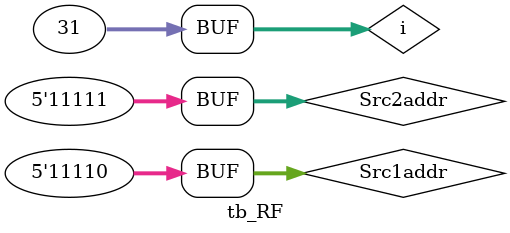
<source format=v>
`timescale 1ns/ 1ps
module tb_RF;

reg [4:0] Src1addr;
reg [4:0] Src2addr;
wire [31:0] Src1;
wire [31:0] Src2;
integer i;

RF registerf(Src1addr,Src2addr,Src1,Src2);

initial begin
    Src1addr = 0;
    Src2addr = 0;
    #10;
    for(i=0;i<31;i=i+1)begin
        Src1addr = i;
        Src2addr = i+1;
        #10;
    end
end

endmodule
</source>
